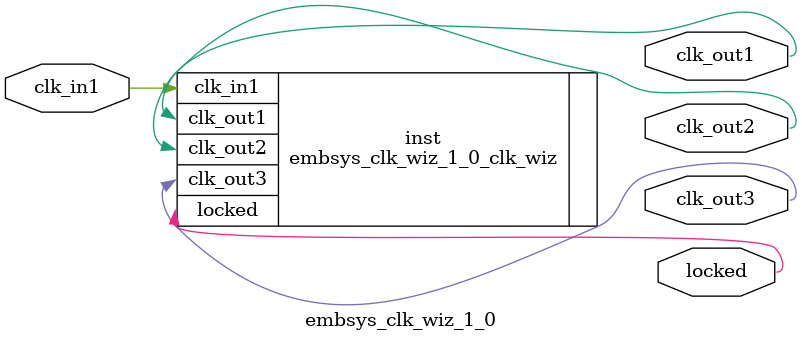
<source format=v>


`timescale 1ps/1ps

(* CORE_GENERATION_INFO = "embsys_clk_wiz_1_0,clk_wiz_v5_3_1,{component_name=embsys_clk_wiz_1_0,use_phase_alignment=true,use_min_o_jitter=false,use_max_i_jitter=false,use_dyn_phase_shift=false,use_inclk_switchover=false,use_dyn_reconfig=false,enable_axi=0,feedback_source=FDBK_AUTO,PRIMITIVE=MMCM,num_out_clk=3,clkin1_period=10.0,clkin2_period=10.0,use_power_down=false,use_reset=false,use_locked=true,use_inclk_stopped=false,feedback_type=SINGLE,CLOCK_MGR_TYPE=NA,manual_override=false}" *)

module embsys_clk_wiz_1_0 
 (
 // Clock in ports
  input         clk_in1,
  // Clock out ports
  output        clk_out1,
  output        clk_out2,
  output        clk_out3,
  // Status and control signals
  output        locked
 );

  embsys_clk_wiz_1_0_clk_wiz inst
  (
 // Clock in ports
  .clk_in1(clk_in1),
  // Clock out ports  
  .clk_out1(clk_out1),
  .clk_out2(clk_out2),
  .clk_out3(clk_out3),
  // Status and control signals               
  .locked(locked)            
  );

endmodule

</source>
